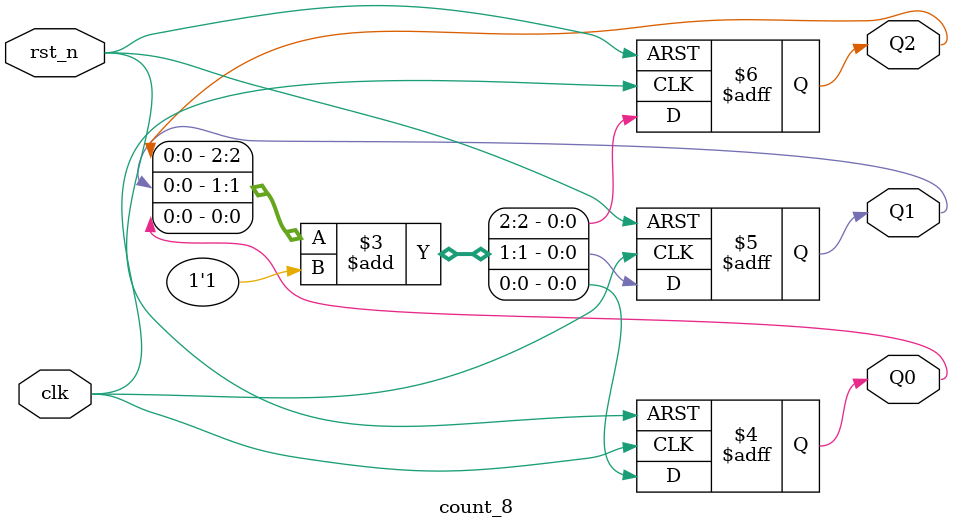
<source format=v>
module count_8(
    input clk,
    input rst_n,
    output reg Q0,
    output reg Q1,
    output reg Q2
);

always @(posedge clk or negedge rst_n) begin
    if (!rst_n) begin
        Q0 <= 1'b0;
        Q1 <= 1'b0;
        Q2 <= 1'b0;
    end else begin
        {Q2, Q1, Q0} <= {Q2, Q1, Q0} + 1'b1;
    end
end

endmodule
</source>
